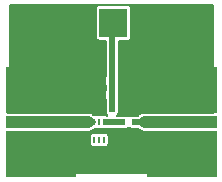
<source format=gtl>
G04 #@! TF.FileFunction,Copper,L1,Top,Signal*
%FSLAX46Y46*%
G04 Gerber Fmt 4.6, Leading zero omitted, Abs format (unit mm)*
G04 Created by KiCad (PCBNEW 4.0.3-stable) date Sun Sep 11 01:23:42 2016*
%MOMM*%
%LPD*%
G01*
G04 APERTURE LIST*
%ADD10C,0.100000*%
%ADD11C,0.381000*%
%ADD12R,0.500000X0.600000*%
%ADD13R,0.600000X0.500000*%
%ADD14C,2.400000*%
%ADD15R,2.400000X2.400000*%
%ADD16R,6.000000X1.000000*%
%ADD17R,6.000000X4.000000*%
%ADD18R,0.200000X0.580000*%
%ADD19R,0.850000X0.470000*%
%ADD20C,0.600000*%
%ADD21C,0.500000*%
%ADD22C,1.000000*%
%ADD23C,0.200000*%
G04 APERTURE END LIST*
D10*
D11*
X136850000Y-102500000D03*
X130900000Y-109450000D03*
X132900000Y-109450000D03*
X136900000Y-109450000D03*
X142900000Y-109450000D03*
X140900000Y-109450000D03*
X138900000Y-109450000D03*
X126900000Y-109450000D03*
X128900000Y-109450000D03*
X132900000Y-107700000D03*
X136900000Y-107700000D03*
X142900000Y-107700000D03*
X140900000Y-107700000D03*
X138900000Y-107700000D03*
X126900000Y-107700000D03*
X130900000Y-107700000D03*
X128900000Y-107700000D03*
X142850000Y-103350000D03*
X140850000Y-103350000D03*
X138850000Y-103350000D03*
X136850000Y-103500000D03*
X132850000Y-103350000D03*
X130850000Y-103350000D03*
X128850000Y-103350000D03*
X126850000Y-103350000D03*
X142850000Y-101350000D03*
X140850000Y-101350000D03*
X138850000Y-101350000D03*
X136850000Y-101350000D03*
X132850000Y-101350000D03*
X130850000Y-101350000D03*
X128850000Y-101350000D03*
X126850000Y-101350000D03*
X142850000Y-99350000D03*
X140850000Y-99350000D03*
X138850000Y-99350000D03*
X136850000Y-99350000D03*
X132850000Y-99350000D03*
X130850000Y-99350000D03*
X128850000Y-99350000D03*
X126850000Y-99350000D03*
X126400000Y-106200000D03*
X126400000Y-104400000D03*
X127350000Y-106200000D03*
X128350000Y-106200000D03*
X128350000Y-104400000D03*
X127350000Y-104400000D03*
X130350000Y-106200000D03*
X131350000Y-106200000D03*
X129350000Y-106200000D03*
X130350000Y-104400000D03*
X131350000Y-104400000D03*
X129350000Y-104400000D03*
X143500000Y-106200000D03*
X140500000Y-106200000D03*
X141500000Y-106200000D03*
X142500000Y-106200000D03*
X139500000Y-106200000D03*
X138500000Y-106200000D03*
X143500000Y-104400000D03*
X142500000Y-104400000D03*
X141500000Y-104400000D03*
X140500000Y-104400000D03*
X139500000Y-104400000D03*
X138500000Y-104400000D03*
X132300000Y-104400000D03*
X133100000Y-104400000D03*
X132300000Y-106200000D03*
X133100000Y-106200000D03*
X137500000Y-104400000D03*
X137500000Y-106200000D03*
X136700000Y-106000000D03*
X135900000Y-106000000D03*
X135100000Y-106000000D03*
X136600000Y-104600000D03*
X135800000Y-104600000D03*
X135800000Y-104200000D03*
X134400000Y-104200000D03*
X134400000Y-104600000D03*
X133600000Y-104600000D03*
X134700000Y-106100000D03*
X134300000Y-106100000D03*
X133900000Y-106100000D03*
X133500000Y-106100000D03*
D12*
X135100000Y-105300000D03*
X135100000Y-104200000D03*
D13*
X135100000Y-103000000D03*
X136200000Y-103000000D03*
X135100000Y-101800000D03*
X136200000Y-101800000D03*
X137050000Y-105300000D03*
X135950000Y-105300000D03*
D14*
X131700000Y-96900000D03*
D15*
X135200000Y-96900000D03*
D16*
X129050000Y-105300000D03*
D17*
X129050000Y-108000000D03*
X129050000Y-102600000D03*
D18*
X134400000Y-105300000D03*
X134000000Y-105300000D03*
X133600000Y-105300000D03*
X133600000Y-106800000D03*
X134000000Y-106800000D03*
X134400000Y-106800000D03*
D19*
X134000000Y-106050000D03*
D16*
X141000000Y-105300000D03*
D17*
X141000000Y-102600000D03*
X141000000Y-108000000D03*
D20*
X136700000Y-103000000D03*
X136700000Y-101800000D03*
D21*
X135100000Y-96800000D02*
X135100000Y-101800000D01*
X135100000Y-103000000D02*
X135100000Y-101800000D01*
X135100000Y-104200000D02*
X135100000Y-103000000D01*
X136200000Y-103000000D02*
X136700000Y-103000000D01*
X136200000Y-101800000D02*
X136700000Y-101800000D01*
X137850000Y-105300000D02*
X137050000Y-105300000D01*
D22*
X141000000Y-105300000D02*
X137850000Y-105300000D01*
D21*
X135100000Y-105300000D02*
X134600000Y-105300000D01*
X135100000Y-105300000D02*
X135950000Y-105300000D01*
X133050000Y-105300000D02*
X133449999Y-105300000D01*
D22*
X129050000Y-105300000D02*
X133050000Y-105300000D01*
D23*
G36*
X136630997Y-105831778D02*
X136750000Y-105855877D01*
X137277761Y-105855877D01*
X137284315Y-105865685D01*
X137543853Y-106039104D01*
X137850000Y-106100000D01*
X137970979Y-106100000D01*
X138000000Y-106105877D01*
X143625000Y-106105877D01*
X143625000Y-109625000D01*
X126475000Y-109625000D01*
X126475000Y-106510000D01*
X133194123Y-106510000D01*
X133194123Y-107090000D01*
X133215042Y-107201173D01*
X133280745Y-107303279D01*
X133380997Y-107371778D01*
X133500000Y-107395877D01*
X133700000Y-107395877D01*
X133803671Y-107376370D01*
X133900000Y-107395877D01*
X134100000Y-107395877D01*
X134203671Y-107376370D01*
X134300000Y-107395877D01*
X134500000Y-107395877D01*
X134611173Y-107374958D01*
X134713279Y-107309255D01*
X134781778Y-107209003D01*
X134805877Y-107090000D01*
X134805877Y-106510000D01*
X134784958Y-106398827D01*
X134719255Y-106296721D01*
X134619003Y-106228222D01*
X134500000Y-106204123D01*
X134300000Y-106204123D01*
X134196329Y-106223630D01*
X134100000Y-106204123D01*
X133900000Y-106204123D01*
X133796329Y-106223630D01*
X133700000Y-106204123D01*
X133500000Y-106204123D01*
X133388827Y-106225042D01*
X133286721Y-106290745D01*
X133218222Y-106390997D01*
X133194123Y-106510000D01*
X126475000Y-106510000D01*
X126475000Y-106105877D01*
X132050000Y-106105877D01*
X132081233Y-106100000D01*
X133050000Y-106100000D01*
X133356147Y-106039104D01*
X133570500Y-105895877D01*
X133700000Y-105895877D01*
X133803671Y-105876370D01*
X133900000Y-105895877D01*
X134100000Y-105895877D01*
X134203671Y-105876370D01*
X134300000Y-105895877D01*
X134500000Y-105895877D01*
X134611173Y-105874958D01*
X134649959Y-105850000D01*
X134684488Y-105850000D01*
X134730997Y-105881778D01*
X134850000Y-105905877D01*
X135350000Y-105905877D01*
X135461173Y-105884958D01*
X135515500Y-105850000D01*
X135620979Y-105850000D01*
X135650000Y-105855877D01*
X136250000Y-105855877D01*
X136361173Y-105834958D01*
X136415500Y-105800000D01*
X136584488Y-105800000D01*
X136630997Y-105831778D01*
X136630997Y-105831778D01*
G37*
X136630997Y-105831778D02*
X136750000Y-105855877D01*
X137277761Y-105855877D01*
X137284315Y-105865685D01*
X137543853Y-106039104D01*
X137850000Y-106100000D01*
X137970979Y-106100000D01*
X138000000Y-106105877D01*
X143625000Y-106105877D01*
X143625000Y-109625000D01*
X126475000Y-109625000D01*
X126475000Y-106510000D01*
X133194123Y-106510000D01*
X133194123Y-107090000D01*
X133215042Y-107201173D01*
X133280745Y-107303279D01*
X133380997Y-107371778D01*
X133500000Y-107395877D01*
X133700000Y-107395877D01*
X133803671Y-107376370D01*
X133900000Y-107395877D01*
X134100000Y-107395877D01*
X134203671Y-107376370D01*
X134300000Y-107395877D01*
X134500000Y-107395877D01*
X134611173Y-107374958D01*
X134713279Y-107309255D01*
X134781778Y-107209003D01*
X134805877Y-107090000D01*
X134805877Y-106510000D01*
X134784958Y-106398827D01*
X134719255Y-106296721D01*
X134619003Y-106228222D01*
X134500000Y-106204123D01*
X134300000Y-106204123D01*
X134196329Y-106223630D01*
X134100000Y-106204123D01*
X133900000Y-106204123D01*
X133796329Y-106223630D01*
X133700000Y-106204123D01*
X133500000Y-106204123D01*
X133388827Y-106225042D01*
X133286721Y-106290745D01*
X133218222Y-106390997D01*
X133194123Y-106510000D01*
X126475000Y-106510000D01*
X126475000Y-106105877D01*
X132050000Y-106105877D01*
X132081233Y-106100000D01*
X133050000Y-106100000D01*
X133356147Y-106039104D01*
X133570500Y-105895877D01*
X133700000Y-105895877D01*
X133803671Y-105876370D01*
X133900000Y-105895877D01*
X134100000Y-105895877D01*
X134203671Y-105876370D01*
X134300000Y-105895877D01*
X134500000Y-105895877D01*
X134611173Y-105874958D01*
X134649959Y-105850000D01*
X134684488Y-105850000D01*
X134730997Y-105881778D01*
X134850000Y-105905877D01*
X135350000Y-105905877D01*
X135461173Y-105884958D01*
X135515500Y-105850000D01*
X135620979Y-105850000D01*
X135650000Y-105855877D01*
X136250000Y-105855877D01*
X136361173Y-105834958D01*
X136415500Y-105800000D01*
X136584488Y-105800000D01*
X136630997Y-105831778D01*
G36*
X143625000Y-104494123D02*
X138000000Y-104494123D01*
X137968767Y-104500000D01*
X137850000Y-104500000D01*
X137543853Y-104560896D01*
X137284315Y-104734315D01*
X137277761Y-104744123D01*
X136750000Y-104744123D01*
X136638827Y-104765042D01*
X136584500Y-104800000D01*
X136415512Y-104800000D01*
X136369003Y-104768222D01*
X136250000Y-104744123D01*
X135650000Y-104744123D01*
X135618767Y-104750000D01*
X135515512Y-104750000D01*
X135515506Y-104749996D01*
X135563279Y-104719255D01*
X135631778Y-104619003D01*
X135655877Y-104500000D01*
X135655877Y-103900000D01*
X135650000Y-103868767D01*
X135650000Y-103415512D01*
X135681778Y-103369003D01*
X135705877Y-103250000D01*
X135705877Y-102750000D01*
X135684958Y-102638827D01*
X135650000Y-102584500D01*
X135650000Y-102215512D01*
X135681778Y-102169003D01*
X135705877Y-102050000D01*
X135705877Y-101550000D01*
X135684958Y-101438827D01*
X135650000Y-101384500D01*
X135650000Y-98405877D01*
X136400000Y-98405877D01*
X136511173Y-98384958D01*
X136613279Y-98319255D01*
X136681778Y-98219003D01*
X136705877Y-98100000D01*
X136705877Y-95700000D01*
X136684958Y-95588827D01*
X136619255Y-95486721D01*
X136519003Y-95418222D01*
X136400000Y-95394123D01*
X134000000Y-95394123D01*
X133888827Y-95415042D01*
X133786721Y-95480745D01*
X133718222Y-95580997D01*
X133694123Y-95700000D01*
X133694123Y-98100000D01*
X133715042Y-98211173D01*
X133780745Y-98313279D01*
X133880997Y-98381778D01*
X134000000Y-98405877D01*
X134550000Y-98405877D01*
X134550000Y-101384488D01*
X134518222Y-101430997D01*
X134494123Y-101550000D01*
X134494123Y-102050000D01*
X134515042Y-102161173D01*
X134550000Y-102215500D01*
X134550000Y-102584488D01*
X134518222Y-102630997D01*
X134494123Y-102750000D01*
X134494123Y-103250000D01*
X134515042Y-103361173D01*
X134550000Y-103415500D01*
X134550000Y-103870979D01*
X134544123Y-103900000D01*
X134544123Y-104500000D01*
X134565042Y-104611173D01*
X134630745Y-104713279D01*
X134684488Y-104750000D01*
X134650876Y-104750000D01*
X134619003Y-104728222D01*
X134500000Y-104704123D01*
X134300000Y-104704123D01*
X134196329Y-104723630D01*
X134100000Y-104704123D01*
X133900000Y-104704123D01*
X133796329Y-104723630D01*
X133700000Y-104704123D01*
X133570500Y-104704123D01*
X133356147Y-104560896D01*
X133050000Y-104500000D01*
X132079021Y-104500000D01*
X132050000Y-104494123D01*
X126475000Y-104494123D01*
X126475000Y-95375000D01*
X143625000Y-95375000D01*
X143625000Y-104494123D01*
X143625000Y-104494123D01*
G37*
X143625000Y-104494123D02*
X138000000Y-104494123D01*
X137968767Y-104500000D01*
X137850000Y-104500000D01*
X137543853Y-104560896D01*
X137284315Y-104734315D01*
X137277761Y-104744123D01*
X136750000Y-104744123D01*
X136638827Y-104765042D01*
X136584500Y-104800000D01*
X136415512Y-104800000D01*
X136369003Y-104768222D01*
X136250000Y-104744123D01*
X135650000Y-104744123D01*
X135618767Y-104750000D01*
X135515512Y-104750000D01*
X135515506Y-104749996D01*
X135563279Y-104719255D01*
X135631778Y-104619003D01*
X135655877Y-104500000D01*
X135655877Y-103900000D01*
X135650000Y-103868767D01*
X135650000Y-103415512D01*
X135681778Y-103369003D01*
X135705877Y-103250000D01*
X135705877Y-102750000D01*
X135684958Y-102638827D01*
X135650000Y-102584500D01*
X135650000Y-102215512D01*
X135681778Y-102169003D01*
X135705877Y-102050000D01*
X135705877Y-101550000D01*
X135684958Y-101438827D01*
X135650000Y-101384500D01*
X135650000Y-98405877D01*
X136400000Y-98405877D01*
X136511173Y-98384958D01*
X136613279Y-98319255D01*
X136681778Y-98219003D01*
X136705877Y-98100000D01*
X136705877Y-95700000D01*
X136684958Y-95588827D01*
X136619255Y-95486721D01*
X136519003Y-95418222D01*
X136400000Y-95394123D01*
X134000000Y-95394123D01*
X133888827Y-95415042D01*
X133786721Y-95480745D01*
X133718222Y-95580997D01*
X133694123Y-95700000D01*
X133694123Y-98100000D01*
X133715042Y-98211173D01*
X133780745Y-98313279D01*
X133880997Y-98381778D01*
X134000000Y-98405877D01*
X134550000Y-98405877D01*
X134550000Y-101384488D01*
X134518222Y-101430997D01*
X134494123Y-101550000D01*
X134494123Y-102050000D01*
X134515042Y-102161173D01*
X134550000Y-102215500D01*
X134550000Y-102584488D01*
X134518222Y-102630997D01*
X134494123Y-102750000D01*
X134494123Y-103250000D01*
X134515042Y-103361173D01*
X134550000Y-103415500D01*
X134550000Y-103870979D01*
X134544123Y-103900000D01*
X134544123Y-104500000D01*
X134565042Y-104611173D01*
X134630745Y-104713279D01*
X134684488Y-104750000D01*
X134650876Y-104750000D01*
X134619003Y-104728222D01*
X134500000Y-104704123D01*
X134300000Y-104704123D01*
X134196329Y-104723630D01*
X134100000Y-104704123D01*
X133900000Y-104704123D01*
X133796329Y-104723630D01*
X133700000Y-104704123D01*
X133570500Y-104704123D01*
X133356147Y-104560896D01*
X133050000Y-104500000D01*
X132079021Y-104500000D01*
X132050000Y-104494123D01*
X126475000Y-104494123D01*
X126475000Y-95375000D01*
X143625000Y-95375000D01*
X143625000Y-104494123D01*
M02*

</source>
